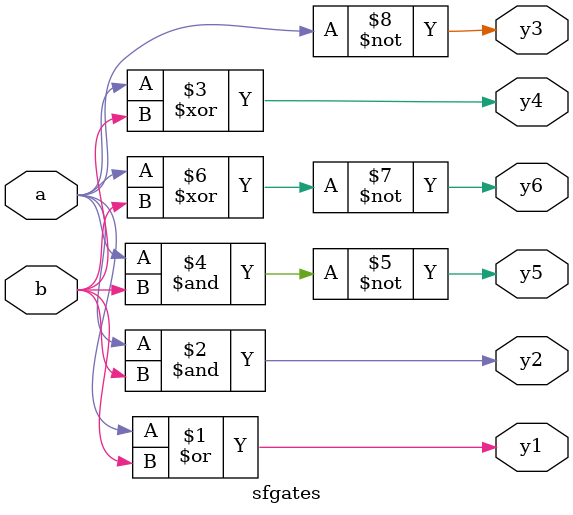
<source format=v>
module sfgates(a, b, y1, y2, y3, y4, y5, y6);
    input a, b;
    output y1, y2, y3, y4, y5, y6;

    // OR gate
    or (y1, a, b);

    // AND gate
    and (y2, a, b);

    // NOT gate
    not (y3, a);

    // XOR gate
    xor (y4, a, b);

    // NAND gate
    nand (y5, a, b);

    // XNOR gate
    xnor (y6, a, b);

endmodule

</source>
